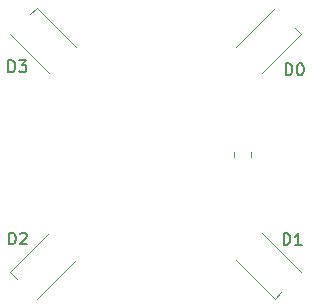
<source format=gbr>
%TF.GenerationSoftware,KiCad,Pcbnew,(7.0.0)*%
%TF.CreationDate,2024-02-03T20:29:28+01:00*%
%TF.ProjectId,Helios_emt,48656c69-6f73-45f6-956d-742e6b696361,rev?*%
%TF.SameCoordinates,PX9d5b340PY5f5e100*%
%TF.FileFunction,Legend,Top*%
%TF.FilePolarity,Positive*%
%FSLAX46Y46*%
G04 Gerber Fmt 4.6, Leading zero omitted, Abs format (unit mm)*
G04 Created by KiCad (PCBNEW (7.0.0)) date 2024-02-03 20:29:28*
%MOMM*%
%LPD*%
G01*
G04 APERTURE LIST*
%ADD10C,0.150000*%
%ADD11C,0.120000*%
G04 APERTURE END LIST*
D10*
%TO.C,D1*%
X10842705Y-7758580D02*
X10842705Y-6758580D01*
X10842705Y-6758580D02*
X11080800Y-6758580D01*
X11080800Y-6758580D02*
X11223657Y-6806200D01*
X11223657Y-6806200D02*
X11318895Y-6901438D01*
X11318895Y-6901438D02*
X11366514Y-6996676D01*
X11366514Y-6996676D02*
X11414133Y-7187152D01*
X11414133Y-7187152D02*
X11414133Y-7330009D01*
X11414133Y-7330009D02*
X11366514Y-7520485D01*
X11366514Y-7520485D02*
X11318895Y-7615723D01*
X11318895Y-7615723D02*
X11223657Y-7710961D01*
X11223657Y-7710961D02*
X11080800Y-7758580D01*
X11080800Y-7758580D02*
X10842705Y-7758580D01*
X12366514Y-7758580D02*
X11795086Y-7758580D01*
X12080800Y-7758580D02*
X12080800Y-6758580D01*
X12080800Y-6758580D02*
X11985562Y-6901438D01*
X11985562Y-6901438D02*
X11890324Y-6996676D01*
X11890324Y-6996676D02*
X11795086Y-7044295D01*
%TO.C,D0*%
X10995105Y6617820D02*
X10995105Y7617820D01*
X10995105Y7617820D02*
X11233200Y7617820D01*
X11233200Y7617820D02*
X11376057Y7570200D01*
X11376057Y7570200D02*
X11471295Y7474962D01*
X11471295Y7474962D02*
X11518914Y7379724D01*
X11518914Y7379724D02*
X11566533Y7189248D01*
X11566533Y7189248D02*
X11566533Y7046391D01*
X11566533Y7046391D02*
X11518914Y6855915D01*
X11518914Y6855915D02*
X11471295Y6760677D01*
X11471295Y6760677D02*
X11376057Y6665439D01*
X11376057Y6665439D02*
X11233200Y6617820D01*
X11233200Y6617820D02*
X10995105Y6617820D01*
X12185581Y7617820D02*
X12280819Y7617820D01*
X12280819Y7617820D02*
X12376057Y7570200D01*
X12376057Y7570200D02*
X12423676Y7522581D01*
X12423676Y7522581D02*
X12471295Y7427343D01*
X12471295Y7427343D02*
X12518914Y7236867D01*
X12518914Y7236867D02*
X12518914Y6998772D01*
X12518914Y6998772D02*
X12471295Y6808296D01*
X12471295Y6808296D02*
X12423676Y6713058D01*
X12423676Y6713058D02*
X12376057Y6665439D01*
X12376057Y6665439D02*
X12280819Y6617820D01*
X12280819Y6617820D02*
X12185581Y6617820D01*
X12185581Y6617820D02*
X12090343Y6665439D01*
X12090343Y6665439D02*
X12042724Y6713058D01*
X12042724Y6713058D02*
X11995105Y6808296D01*
X11995105Y6808296D02*
X11947486Y6998772D01*
X11947486Y6998772D02*
X11947486Y7236867D01*
X11947486Y7236867D02*
X11995105Y7427343D01*
X11995105Y7427343D02*
X12042724Y7522581D01*
X12042724Y7522581D02*
X12090343Y7570200D01*
X12090343Y7570200D02*
X12185581Y7617820D01*
%TO.C,D3*%
X-12474496Y6871820D02*
X-12474496Y7871820D01*
X-12474496Y7871820D02*
X-12236401Y7871820D01*
X-12236401Y7871820D02*
X-12093544Y7824200D01*
X-12093544Y7824200D02*
X-11998306Y7728962D01*
X-11998306Y7728962D02*
X-11950687Y7633724D01*
X-11950687Y7633724D02*
X-11903068Y7443248D01*
X-11903068Y7443248D02*
X-11903068Y7300391D01*
X-11903068Y7300391D02*
X-11950687Y7109915D01*
X-11950687Y7109915D02*
X-11998306Y7014677D01*
X-11998306Y7014677D02*
X-12093544Y6919439D01*
X-12093544Y6919439D02*
X-12236401Y6871820D01*
X-12236401Y6871820D02*
X-12474496Y6871820D01*
X-11569734Y7871820D02*
X-10950687Y7871820D01*
X-10950687Y7871820D02*
X-11284020Y7490867D01*
X-11284020Y7490867D02*
X-11141163Y7490867D01*
X-11141163Y7490867D02*
X-11045925Y7443248D01*
X-11045925Y7443248D02*
X-10998306Y7395629D01*
X-10998306Y7395629D02*
X-10950687Y7300391D01*
X-10950687Y7300391D02*
X-10950687Y7062296D01*
X-10950687Y7062296D02*
X-10998306Y6967058D01*
X-10998306Y6967058D02*
X-11045925Y6919439D01*
X-11045925Y6919439D02*
X-11141163Y6871820D01*
X-11141163Y6871820D02*
X-11426877Y6871820D01*
X-11426877Y6871820D02*
X-11522115Y6919439D01*
X-11522115Y6919439D02*
X-11569734Y6967058D01*
%TO.C,D2*%
X-12423695Y-7707780D02*
X-12423695Y-6707780D01*
X-12423695Y-6707780D02*
X-12185600Y-6707780D01*
X-12185600Y-6707780D02*
X-12042743Y-6755400D01*
X-12042743Y-6755400D02*
X-11947505Y-6850638D01*
X-11947505Y-6850638D02*
X-11899886Y-6945876D01*
X-11899886Y-6945876D02*
X-11852267Y-7136352D01*
X-11852267Y-7136352D02*
X-11852267Y-7279209D01*
X-11852267Y-7279209D02*
X-11899886Y-7469685D01*
X-11899886Y-7469685D02*
X-11947505Y-7564923D01*
X-11947505Y-7564923D02*
X-12042743Y-7660161D01*
X-12042743Y-7660161D02*
X-12185600Y-7707780D01*
X-12185600Y-7707780D02*
X-12423695Y-7707780D01*
X-11471314Y-6803019D02*
X-11423695Y-6755400D01*
X-11423695Y-6755400D02*
X-11328457Y-6707780D01*
X-11328457Y-6707780D02*
X-11090362Y-6707780D01*
X-11090362Y-6707780D02*
X-10995124Y-6755400D01*
X-10995124Y-6755400D02*
X-10947505Y-6803019D01*
X-10947505Y-6803019D02*
X-10899886Y-6898257D01*
X-10899886Y-6898257D02*
X-10899886Y-6993495D01*
X-10899886Y-6993495D02*
X-10947505Y-7136352D01*
X-10947505Y-7136352D02*
X-11518933Y-7707780D01*
X-11518933Y-7707780D02*
X-10899886Y-7707780D01*
D11*
%TO.C,D1*%
X10065685Y-12328427D02*
X10631371Y-11762742D01*
X6777639Y-9040381D02*
X10065685Y-12328427D01*
X9040381Y-6777639D02*
X12328427Y-10065685D01*
%TO.C,D0*%
X12328427Y10065685D02*
X11762742Y10631371D01*
X9040381Y6777639D02*
X12328427Y10065685D01*
X6777639Y9040381D02*
X10065685Y12328427D01*
%TO.C,D3*%
X-10065685Y12328427D02*
X-10631371Y11762742D01*
X-6777639Y9040381D02*
X-10065685Y12328427D01*
X-9040381Y6777639D02*
X-12328427Y10065685D01*
%TO.C,D2*%
X-12328427Y-10065685D02*
X-11762742Y-10631371D01*
X-9040381Y-6777639D02*
X-12328427Y-10065685D01*
X-6777639Y-9040381D02*
X-10065685Y-12328427D01*
%TO.C,R0*%
X6604000Y-303064D02*
X6604000Y151064D01*
X8074000Y-303064D02*
X8074000Y151064D01*
%TD*%
M02*

</source>
